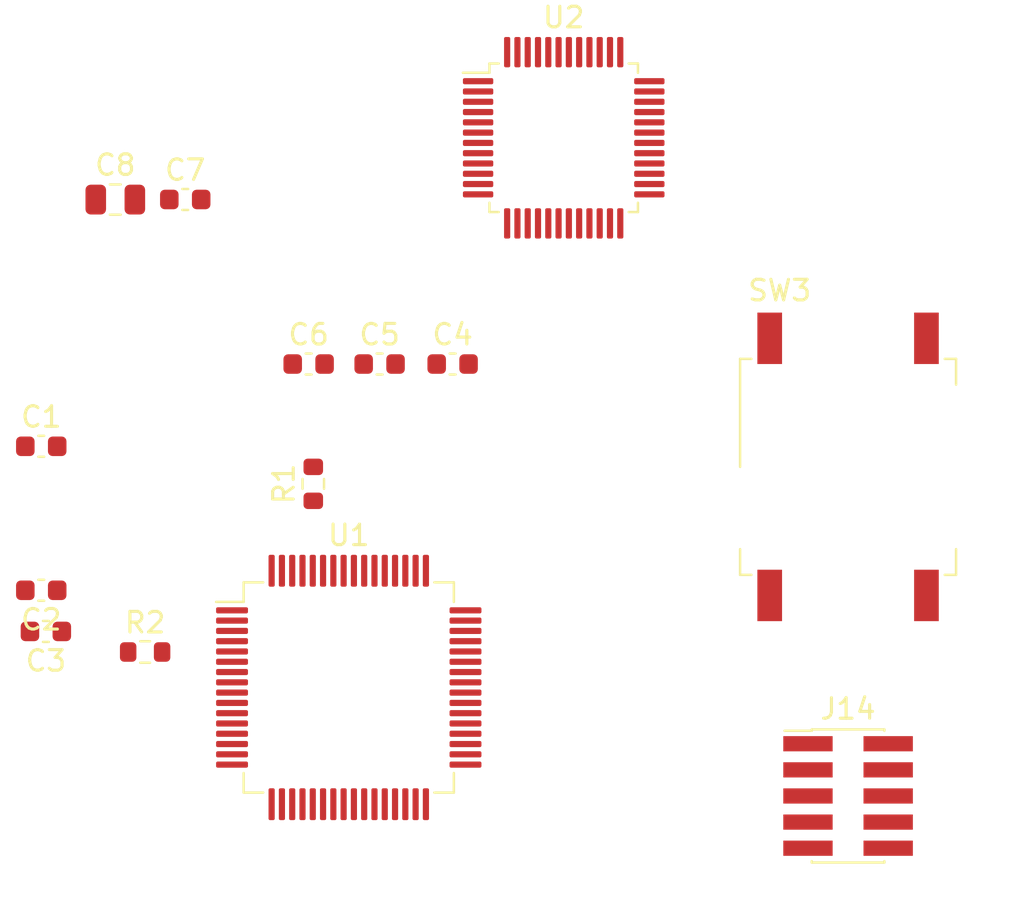
<source format=kicad_pcb>
(kicad_pcb (version 20171130) (host pcbnew 5.1.12-84ad8e8a86~92~ubuntu20.04.1)

  (general
    (thickness 1.6)
    (drawings 0)
    (tracks 0)
    (zones 0)
    (modules 14)
    (nets 12)
  )

  (page A4)
  (layers
    (0 F.Cu signal)
    (31 B.Cu signal)
    (32 B.Adhes user)
    (33 F.Adhes user)
    (34 B.Paste user)
    (35 F.Paste user)
    (36 B.SilkS user)
    (37 F.SilkS user)
    (38 B.Mask user)
    (39 F.Mask user)
    (40 Dwgs.User user)
    (41 Cmts.User user)
    (42 Eco1.User user)
    (43 Eco2.User user)
    (44 Edge.Cuts user)
    (45 Margin user)
    (46 B.CrtYd user)
    (47 F.CrtYd user)
    (48 B.Fab user)
    (49 F.Fab user)
  )

  (setup
    (last_trace_width 0.25)
    (trace_clearance 0.2)
    (zone_clearance 0.508)
    (zone_45_only no)
    (trace_min 0.2)
    (via_size 0.8)
    (via_drill 0.4)
    (via_min_size 0.4)
    (via_min_drill 0.3)
    (uvia_size 0.3)
    (uvia_drill 0.1)
    (uvias_allowed no)
    (uvia_min_size 0.2)
    (uvia_min_drill 0.1)
    (edge_width 0.05)
    (segment_width 0.2)
    (pcb_text_width 0.3)
    (pcb_text_size 1.5 1.5)
    (mod_edge_width 0.12)
    (mod_text_size 1 1)
    (mod_text_width 0.15)
    (pad_size 1.524 1.524)
    (pad_drill 0.762)
    (pad_to_mask_clearance 0)
    (aux_axis_origin 0 0)
    (visible_elements FFFFFF7F)
    (pcbplotparams
      (layerselection 0x010fc_ffffffff)
      (usegerberextensions false)
      (usegerberattributes true)
      (usegerberadvancedattributes true)
      (creategerberjobfile true)
      (excludeedgelayer true)
      (linewidth 0.100000)
      (plotframeref false)
      (viasonmask false)
      (mode 1)
      (useauxorigin false)
      (hpglpennumber 1)
      (hpglpenspeed 20)
      (hpglpendiameter 15.000000)
      (psnegative false)
      (psa4output false)
      (plotreference true)
      (plotvalue true)
      (plotinvisibletext false)
      (padsonsilk false)
      (subtractmaskfromsilk false)
      (outputformat 1)
      (mirror false)
      (drillshape 1)
      (scaleselection 1)
      (outputdirectory ""))
  )

  (net 0 "")
  (net 1 +3V3)
  (net 2 GND)
  (net 3 "Net-(R1-Pad1)")
  (net 4 VDDA)
  (net 5 GNDA)
  (net 6 /NRST)
  (net 7 "Net-(C3-Pad1)")
  (net 8 "Net-(C2-Pad1)")
  (net 9 /SWCLK)
  (net 10 /SWDIO)
  (net 11 "Net-(R2-Pad2)")

  (net_class Default "This is the default net class."
    (clearance 0.2)
    (trace_width 0.25)
    (via_dia 0.8)
    (via_drill 0.4)
    (uvia_dia 0.3)
    (uvia_drill 0.1)
    (add_net +3V3)
    (add_net /NRST)
    (add_net /SWCLK)
    (add_net /SWDIO)
    (add_net GND)
    (add_net GNDA)
    (add_net "Net-(C2-Pad1)")
    (add_net "Net-(C3-Pad1)")
    (add_net "Net-(J14-Pad6)")
    (add_net "Net-(J14-Pad7)")
    (add_net "Net-(J14-Pad8)")
    (add_net "Net-(R1-Pad1)")
    (add_net "Net-(R2-Pad2)")
    (add_net "Net-(U1-Pad10)")
    (add_net "Net-(U1-Pad11)")
    (add_net "Net-(U1-Pad14)")
    (add_net "Net-(U1-Pad15)")
    (add_net "Net-(U1-Pad16)")
    (add_net "Net-(U1-Pad17)")
    (add_net "Net-(U1-Pad18)")
    (add_net "Net-(U1-Pad19)")
    (add_net "Net-(U1-Pad2)")
    (add_net "Net-(U1-Pad20)")
    (add_net "Net-(U1-Pad21)")
    (add_net "Net-(U1-Pad22)")
    (add_net "Net-(U1-Pad23)")
    (add_net "Net-(U1-Pad24)")
    (add_net "Net-(U1-Pad25)")
    (add_net "Net-(U1-Pad26)")
    (add_net "Net-(U1-Pad27)")
    (add_net "Net-(U1-Pad28)")
    (add_net "Net-(U1-Pad29)")
    (add_net "Net-(U1-Pad3)")
    (add_net "Net-(U1-Pad30)")
    (add_net "Net-(U1-Pad33)")
    (add_net "Net-(U1-Pad34)")
    (add_net "Net-(U1-Pad35)")
    (add_net "Net-(U1-Pad36)")
    (add_net "Net-(U1-Pad37)")
    (add_net "Net-(U1-Pad38)")
    (add_net "Net-(U1-Pad39)")
    (add_net "Net-(U1-Pad4)")
    (add_net "Net-(U1-Pad40)")
    (add_net "Net-(U1-Pad41)")
    (add_net "Net-(U1-Pad42)")
    (add_net "Net-(U1-Pad43)")
    (add_net "Net-(U1-Pad44)")
    (add_net "Net-(U1-Pad45)")
    (add_net "Net-(U1-Pad47)")
    (add_net "Net-(U1-Pad48)")
    (add_net "Net-(U1-Pad50)")
    (add_net "Net-(U1-Pad51)")
    (add_net "Net-(U1-Pad52)")
    (add_net "Net-(U1-Pad53)")
    (add_net "Net-(U1-Pad54)")
    (add_net "Net-(U1-Pad55)")
    (add_net "Net-(U1-Pad56)")
    (add_net "Net-(U1-Pad57)")
    (add_net "Net-(U1-Pad58)")
    (add_net "Net-(U1-Pad59)")
    (add_net "Net-(U1-Pad61)")
    (add_net "Net-(U1-Pad62)")
    (add_net "Net-(U1-Pad8)")
    (add_net "Net-(U1-Pad9)")
    (add_net "Net-(U2-Pad1)")
    (add_net "Net-(U2-Pad10)")
    (add_net "Net-(U2-Pad11)")
    (add_net "Net-(U2-Pad12)")
    (add_net "Net-(U2-Pad13)")
    (add_net "Net-(U2-Pad14)")
    (add_net "Net-(U2-Pad15)")
    (add_net "Net-(U2-Pad16)")
    (add_net "Net-(U2-Pad17)")
    (add_net "Net-(U2-Pad18)")
    (add_net "Net-(U2-Pad19)")
    (add_net "Net-(U2-Pad2)")
    (add_net "Net-(U2-Pad20)")
    (add_net "Net-(U2-Pad21)")
    (add_net "Net-(U2-Pad22)")
    (add_net "Net-(U2-Pad23)")
    (add_net "Net-(U2-Pad24)")
    (add_net "Net-(U2-Pad25)")
    (add_net "Net-(U2-Pad26)")
    (add_net "Net-(U2-Pad27)")
    (add_net "Net-(U2-Pad28)")
    (add_net "Net-(U2-Pad29)")
    (add_net "Net-(U2-Pad3)")
    (add_net "Net-(U2-Pad30)")
    (add_net "Net-(U2-Pad31)")
    (add_net "Net-(U2-Pad32)")
    (add_net "Net-(U2-Pad33)")
    (add_net "Net-(U2-Pad34)")
    (add_net "Net-(U2-Pad35)")
    (add_net "Net-(U2-Pad36)")
    (add_net "Net-(U2-Pad37)")
    (add_net "Net-(U2-Pad38)")
    (add_net "Net-(U2-Pad39)")
    (add_net "Net-(U2-Pad4)")
    (add_net "Net-(U2-Pad40)")
    (add_net "Net-(U2-Pad41)")
    (add_net "Net-(U2-Pad42)")
    (add_net "Net-(U2-Pad43)")
    (add_net "Net-(U2-Pad44)")
    (add_net "Net-(U2-Pad45)")
    (add_net "Net-(U2-Pad46)")
    (add_net "Net-(U2-Pad47)")
    (add_net "Net-(U2-Pad48)")
    (add_net "Net-(U2-Pad5)")
    (add_net "Net-(U2-Pad6)")
    (add_net "Net-(U2-Pad7)")
    (add_net "Net-(U2-Pad8)")
    (add_net "Net-(U2-Pad9)")
    (add_net VDDA)
  )

  (module Package_QFP:LQFP-48_7x7mm_P0.5mm (layer F.Cu) (tedit 5D9F72AF) (tstamp 5F8550F6)
    (at 137.175001 67)
    (descr "LQFP, 48 Pin (https://www.analog.com/media/en/technical-documentation/data-sheets/ltc2358-16.pdf), generated with kicad-footprint-generator ipc_gullwing_generator.py")
    (tags "LQFP QFP")
    (path /5F8F17A6)
    (attr smd)
    (fp_text reference U2 (at 0 -5.85) (layer F.SilkS)
      (effects (font (size 1 1) (thickness 0.15)))
    )
    (fp_text value STM32F070CBTx (at 0 5.85) (layer F.Fab)
      (effects (font (size 1 1) (thickness 0.15)))
    )
    (fp_line (start 5.15 3.15) (end 5.15 0) (layer F.CrtYd) (width 0.05))
    (fp_line (start 3.75 3.15) (end 5.15 3.15) (layer F.CrtYd) (width 0.05))
    (fp_line (start 3.75 3.75) (end 3.75 3.15) (layer F.CrtYd) (width 0.05))
    (fp_line (start 3.15 3.75) (end 3.75 3.75) (layer F.CrtYd) (width 0.05))
    (fp_line (start 3.15 5.15) (end 3.15 3.75) (layer F.CrtYd) (width 0.05))
    (fp_line (start 0 5.15) (end 3.15 5.15) (layer F.CrtYd) (width 0.05))
    (fp_line (start -5.15 3.15) (end -5.15 0) (layer F.CrtYd) (width 0.05))
    (fp_line (start -3.75 3.15) (end -5.15 3.15) (layer F.CrtYd) (width 0.05))
    (fp_line (start -3.75 3.75) (end -3.75 3.15) (layer F.CrtYd) (width 0.05))
    (fp_line (start -3.15 3.75) (end -3.75 3.75) (layer F.CrtYd) (width 0.05))
    (fp_line (start -3.15 5.15) (end -3.15 3.75) (layer F.CrtYd) (width 0.05))
    (fp_line (start 0 5.15) (end -3.15 5.15) (layer F.CrtYd) (width 0.05))
    (fp_line (start 5.15 -3.15) (end 5.15 0) (layer F.CrtYd) (width 0.05))
    (fp_line (start 3.75 -3.15) (end 5.15 -3.15) (layer F.CrtYd) (width 0.05))
    (fp_line (start 3.75 -3.75) (end 3.75 -3.15) (layer F.CrtYd) (width 0.05))
    (fp_line (start 3.15 -3.75) (end 3.75 -3.75) (layer F.CrtYd) (width 0.05))
    (fp_line (start 3.15 -5.15) (end 3.15 -3.75) (layer F.CrtYd) (width 0.05))
    (fp_line (start 0 -5.15) (end 3.15 -5.15) (layer F.CrtYd) (width 0.05))
    (fp_line (start -5.15 -3.15) (end -5.15 0) (layer F.CrtYd) (width 0.05))
    (fp_line (start -3.75 -3.15) (end -5.15 -3.15) (layer F.CrtYd) (width 0.05))
    (fp_line (start -3.75 -3.75) (end -3.75 -3.15) (layer F.CrtYd) (width 0.05))
    (fp_line (start -3.15 -3.75) (end -3.75 -3.75) (layer F.CrtYd) (width 0.05))
    (fp_line (start -3.15 -5.15) (end -3.15 -3.75) (layer F.CrtYd) (width 0.05))
    (fp_line (start 0 -5.15) (end -3.15 -5.15) (layer F.CrtYd) (width 0.05))
    (fp_line (start -3.5 -2.5) (end -2.5 -3.5) (layer F.Fab) (width 0.1))
    (fp_line (start -3.5 3.5) (end -3.5 -2.5) (layer F.Fab) (width 0.1))
    (fp_line (start 3.5 3.5) (end -3.5 3.5) (layer F.Fab) (width 0.1))
    (fp_line (start 3.5 -3.5) (end 3.5 3.5) (layer F.Fab) (width 0.1))
    (fp_line (start -2.5 -3.5) (end 3.5 -3.5) (layer F.Fab) (width 0.1))
    (fp_line (start -3.61 -3.16) (end -4.9 -3.16) (layer F.SilkS) (width 0.12))
    (fp_line (start -3.61 -3.61) (end -3.61 -3.16) (layer F.SilkS) (width 0.12))
    (fp_line (start -3.16 -3.61) (end -3.61 -3.61) (layer F.SilkS) (width 0.12))
    (fp_line (start 3.61 -3.61) (end 3.61 -3.16) (layer F.SilkS) (width 0.12))
    (fp_line (start 3.16 -3.61) (end 3.61 -3.61) (layer F.SilkS) (width 0.12))
    (fp_line (start -3.61 3.61) (end -3.61 3.16) (layer F.SilkS) (width 0.12))
    (fp_line (start -3.16 3.61) (end -3.61 3.61) (layer F.SilkS) (width 0.12))
    (fp_line (start 3.61 3.61) (end 3.61 3.16) (layer F.SilkS) (width 0.12))
    (fp_line (start 3.16 3.61) (end 3.61 3.61) (layer F.SilkS) (width 0.12))
    (fp_text user %R (at 0 0) (layer F.Fab)
      (effects (font (size 1 1) (thickness 0.15)))
    )
    (pad 48 smd roundrect (at -2.75 -4.1625) (size 0.3 1.475) (layers F.Cu F.Paste F.Mask) (roundrect_rratio 0.25))
    (pad 47 smd roundrect (at -2.25 -4.1625) (size 0.3 1.475) (layers F.Cu F.Paste F.Mask) (roundrect_rratio 0.25))
    (pad 46 smd roundrect (at -1.75 -4.1625) (size 0.3 1.475) (layers F.Cu F.Paste F.Mask) (roundrect_rratio 0.25))
    (pad 45 smd roundrect (at -1.25 -4.1625) (size 0.3 1.475) (layers F.Cu F.Paste F.Mask) (roundrect_rratio 0.25))
    (pad 44 smd roundrect (at -0.75 -4.1625) (size 0.3 1.475) (layers F.Cu F.Paste F.Mask) (roundrect_rratio 0.25))
    (pad 43 smd roundrect (at -0.25 -4.1625) (size 0.3 1.475) (layers F.Cu F.Paste F.Mask) (roundrect_rratio 0.25))
    (pad 42 smd roundrect (at 0.25 -4.1625) (size 0.3 1.475) (layers F.Cu F.Paste F.Mask) (roundrect_rratio 0.25))
    (pad 41 smd roundrect (at 0.75 -4.1625) (size 0.3 1.475) (layers F.Cu F.Paste F.Mask) (roundrect_rratio 0.25))
    (pad 40 smd roundrect (at 1.25 -4.1625) (size 0.3 1.475) (layers F.Cu F.Paste F.Mask) (roundrect_rratio 0.25))
    (pad 39 smd roundrect (at 1.75 -4.1625) (size 0.3 1.475) (layers F.Cu F.Paste F.Mask) (roundrect_rratio 0.25))
    (pad 38 smd roundrect (at 2.25 -4.1625) (size 0.3 1.475) (layers F.Cu F.Paste F.Mask) (roundrect_rratio 0.25))
    (pad 37 smd roundrect (at 2.75 -4.1625) (size 0.3 1.475) (layers F.Cu F.Paste F.Mask) (roundrect_rratio 0.25))
    (pad 36 smd roundrect (at 4.1625 -2.75) (size 1.475 0.3) (layers F.Cu F.Paste F.Mask) (roundrect_rratio 0.25))
    (pad 35 smd roundrect (at 4.1625 -2.25) (size 1.475 0.3) (layers F.Cu F.Paste F.Mask) (roundrect_rratio 0.25))
    (pad 34 smd roundrect (at 4.1625 -1.75) (size 1.475 0.3) (layers F.Cu F.Paste F.Mask) (roundrect_rratio 0.25))
    (pad 33 smd roundrect (at 4.1625 -1.25) (size 1.475 0.3) (layers F.Cu F.Paste F.Mask) (roundrect_rratio 0.25))
    (pad 32 smd roundrect (at 4.1625 -0.75) (size 1.475 0.3) (layers F.Cu F.Paste F.Mask) (roundrect_rratio 0.25))
    (pad 31 smd roundrect (at 4.1625 -0.25) (size 1.475 0.3) (layers F.Cu F.Paste F.Mask) (roundrect_rratio 0.25))
    (pad 30 smd roundrect (at 4.1625 0.25) (size 1.475 0.3) (layers F.Cu F.Paste F.Mask) (roundrect_rratio 0.25))
    (pad 29 smd roundrect (at 4.1625 0.75) (size 1.475 0.3) (layers F.Cu F.Paste F.Mask) (roundrect_rratio 0.25))
    (pad 28 smd roundrect (at 4.1625 1.25) (size 1.475 0.3) (layers F.Cu F.Paste F.Mask) (roundrect_rratio 0.25))
    (pad 27 smd roundrect (at 4.1625 1.75) (size 1.475 0.3) (layers F.Cu F.Paste F.Mask) (roundrect_rratio 0.25))
    (pad 26 smd roundrect (at 4.1625 2.25) (size 1.475 0.3) (layers F.Cu F.Paste F.Mask) (roundrect_rratio 0.25))
    (pad 25 smd roundrect (at 4.1625 2.75) (size 1.475 0.3) (layers F.Cu F.Paste F.Mask) (roundrect_rratio 0.25))
    (pad 24 smd roundrect (at 2.75 4.1625) (size 0.3 1.475) (layers F.Cu F.Paste F.Mask) (roundrect_rratio 0.25))
    (pad 23 smd roundrect (at 2.25 4.1625) (size 0.3 1.475) (layers F.Cu F.Paste F.Mask) (roundrect_rratio 0.25))
    (pad 22 smd roundrect (at 1.75 4.1625) (size 0.3 1.475) (layers F.Cu F.Paste F.Mask) (roundrect_rratio 0.25))
    (pad 21 smd roundrect (at 1.25 4.1625) (size 0.3 1.475) (layers F.Cu F.Paste F.Mask) (roundrect_rratio 0.25))
    (pad 20 smd roundrect (at 0.75 4.1625) (size 0.3 1.475) (layers F.Cu F.Paste F.Mask) (roundrect_rratio 0.25))
    (pad 19 smd roundrect (at 0.25 4.1625) (size 0.3 1.475) (layers F.Cu F.Paste F.Mask) (roundrect_rratio 0.25))
    (pad 18 smd roundrect (at -0.25 4.1625) (size 0.3 1.475) (layers F.Cu F.Paste F.Mask) (roundrect_rratio 0.25))
    (pad 17 smd roundrect (at -0.75 4.1625) (size 0.3 1.475) (layers F.Cu F.Paste F.Mask) (roundrect_rratio 0.25))
    (pad 16 smd roundrect (at -1.25 4.1625) (size 0.3 1.475) (layers F.Cu F.Paste F.Mask) (roundrect_rratio 0.25))
    (pad 15 smd roundrect (at -1.75 4.1625) (size 0.3 1.475) (layers F.Cu F.Paste F.Mask) (roundrect_rratio 0.25))
    (pad 14 smd roundrect (at -2.25 4.1625) (size 0.3 1.475) (layers F.Cu F.Paste F.Mask) (roundrect_rratio 0.25))
    (pad 13 smd roundrect (at -2.75 4.1625) (size 0.3 1.475) (layers F.Cu F.Paste F.Mask) (roundrect_rratio 0.25))
    (pad 12 smd roundrect (at -4.1625 2.75) (size 1.475 0.3) (layers F.Cu F.Paste F.Mask) (roundrect_rratio 0.25))
    (pad 11 smd roundrect (at -4.1625 2.25) (size 1.475 0.3) (layers F.Cu F.Paste F.Mask) (roundrect_rratio 0.25))
    (pad 10 smd roundrect (at -4.1625 1.75) (size 1.475 0.3) (layers F.Cu F.Paste F.Mask) (roundrect_rratio 0.25))
    (pad 9 smd roundrect (at -4.1625 1.25) (size 1.475 0.3) (layers F.Cu F.Paste F.Mask) (roundrect_rratio 0.25))
    (pad 8 smd roundrect (at -4.1625 0.75) (size 1.475 0.3) (layers F.Cu F.Paste F.Mask) (roundrect_rratio 0.25))
    (pad 7 smd roundrect (at -4.1625 0.25) (size 1.475 0.3) (layers F.Cu F.Paste F.Mask) (roundrect_rratio 0.25))
    (pad 6 smd roundrect (at -4.1625 -0.25) (size 1.475 0.3) (layers F.Cu F.Paste F.Mask) (roundrect_rratio 0.25))
    (pad 5 smd roundrect (at -4.1625 -0.75) (size 1.475 0.3) (layers F.Cu F.Paste F.Mask) (roundrect_rratio 0.25))
    (pad 4 smd roundrect (at -4.1625 -1.25) (size 1.475 0.3) (layers F.Cu F.Paste F.Mask) (roundrect_rratio 0.25))
    (pad 3 smd roundrect (at -4.1625 -1.75) (size 1.475 0.3) (layers F.Cu F.Paste F.Mask) (roundrect_rratio 0.25))
    (pad 2 smd roundrect (at -4.1625 -2.25) (size 1.475 0.3) (layers F.Cu F.Paste F.Mask) (roundrect_rratio 0.25))
    (pad 1 smd roundrect (at -4.1625 -2.75) (size 1.475 0.3) (layers F.Cu F.Paste F.Mask) (roundrect_rratio 0.25))
    (model ${KISYS3DMOD}/Package_QFP.3dshapes/LQFP-48_7x7mm_P0.5mm.wrl
      (at (xyz 0 0 0))
      (scale (xyz 1 1 1))
      (rotate (xyz 0 0 0))
    )
  )

  (module Button_Switch_SMD:SW_MEC_5GSH9 (layer F.Cu) (tedit 5A02FC95) (tstamp 5F854400)
    (at 151 83)
    (descr "MEC 5G single pole normally-open tactile switch")
    (tags "switch normally-open pushbutton push-button")
    (path /5F857609)
    (attr smd)
    (fp_text reference SW3 (at -3.325 -8.575 180) (layer F.SilkS)
      (effects (font (size 1 1) (thickness 0.15)))
    )
    (fp_text value SW_MEC_5E (at 0.475 8.825 180) (layer F.Fab)
      (effects (font (size 1 1) (thickness 0.15)))
    )
    (fp_line (start 5 5) (end -5 5) (layer F.Fab) (width 0.1))
    (fp_line (start 5 -5) (end 5 5) (layer F.Fab) (width 0.1))
    (fp_line (start -5 -5) (end 5 -5) (layer F.Fab) (width 0.1))
    (fp_line (start -5 5) (end -5 -5) (layer F.Fab) (width 0.1))
    (fp_circle (center -3.85 -4.3) (end -3.85 -4.7) (layer F.Fab) (width 0.1))
    (fp_line (start -5.25 5.25) (end -5.25 4) (layer F.SilkS) (width 0.12))
    (fp_line (start -4.7 5.25) (end -5.25 5.25) (layer F.SilkS) (width 0.12))
    (fp_line (start -5.25 -5.25) (end -5.25 0) (layer F.SilkS) (width 0.12))
    (fp_line (start -4.7 -5.25) (end -5.25 -5.25) (layer F.SilkS) (width 0.12))
    (fp_line (start 5.25 5.25) (end 5.25 4) (layer F.SilkS) (width 0.12))
    (fp_line (start 4.7 5.25) (end 5.25 5.25) (layer F.SilkS) (width 0.12))
    (fp_line (start 5.25 -5.25) (end 5.25 -4) (layer F.SilkS) (width 0.12))
    (fp_line (start 4.7 -5.25) (end 5.25 -5.25) (layer F.SilkS) (width 0.12))
    (fp_line (start -5.3 7.8) (end -5.3 -7.8) (layer F.CrtYd) (width 0.05))
    (fp_line (start 5.3 7.8) (end -5.3 7.8) (layer F.CrtYd) (width 0.05))
    (fp_line (start 5.3 -7.8) (end 5.3 7.8) (layer F.CrtYd) (width 0.05))
    (fp_line (start -5.3 -7.8) (end 5.3 -7.8) (layer F.CrtYd) (width 0.05))
    (fp_text user %R (at 0 0) (layer F.Fab)
      (effects (font (size 1 1) (thickness 0.15)))
    )
    (pad 2 smd rect (at -3.81 6.25 90) (size 2.5 1.2) (layers F.Cu F.Paste F.Mask)
      (net 2 GND))
    (pad 1 smd rect (at -3.81 -6.25 90) (size 2.5 1.2) (layers F.Cu F.Paste F.Mask)
      (net 2 GND))
    (pad 4 smd rect (at 3.81 6.25 90) (size 2.5 1.2) (layers F.Cu F.Paste F.Mask)
      (net 6 /NRST))
    (pad 3 smd rect (at 3.81 -6.25 90) (size 2.5 1.2) (layers F.Cu F.Paste F.Mask)
      (net 6 /NRST))
    (model ${KISYS3DMOD}/Button_Switch_SMD.3dshapes/SW_MEC_5GSH9.wrl
      (at (xyz 0 0 0))
      (scale (xyz 1 1 1))
      (rotate (xyz 0 0 0))
    )
  )

  (module Resistor_SMD:R_0603_1608Metric (layer F.Cu) (tedit 5F68FEEE) (tstamp 5F852E2A)
    (at 116.825 92)
    (descr "Resistor SMD 0603 (1608 Metric), square (rectangular) end terminal, IPC_7351 nominal, (Body size source: IPC-SM-782 page 72, https://www.pcb-3d.com/wordpress/wp-content/uploads/ipc-sm-782a_amendment_1_and_2.pdf), generated with kicad-footprint-generator")
    (tags resistor)
    (path /5F8B02D5)
    (attr smd)
    (fp_text reference R2 (at 0 -1.43) (layer F.SilkS)
      (effects (font (size 1 1) (thickness 0.15)))
    )
    (fp_text value 390? (at 0 1.43) (layer F.Fab)
      (effects (font (size 1 1) (thickness 0.15)))
    )
    (fp_line (start 1.48 0.73) (end -1.48 0.73) (layer F.CrtYd) (width 0.05))
    (fp_line (start 1.48 -0.73) (end 1.48 0.73) (layer F.CrtYd) (width 0.05))
    (fp_line (start -1.48 -0.73) (end 1.48 -0.73) (layer F.CrtYd) (width 0.05))
    (fp_line (start -1.48 0.73) (end -1.48 -0.73) (layer F.CrtYd) (width 0.05))
    (fp_line (start -0.237258 0.5225) (end 0.237258 0.5225) (layer F.SilkS) (width 0.12))
    (fp_line (start -0.237258 -0.5225) (end 0.237258 -0.5225) (layer F.SilkS) (width 0.12))
    (fp_line (start 0.8 0.4125) (end -0.8 0.4125) (layer F.Fab) (width 0.1))
    (fp_line (start 0.8 -0.4125) (end 0.8 0.4125) (layer F.Fab) (width 0.1))
    (fp_line (start -0.8 -0.4125) (end 0.8 -0.4125) (layer F.Fab) (width 0.1))
    (fp_line (start -0.8 0.4125) (end -0.8 -0.4125) (layer F.Fab) (width 0.1))
    (fp_text user %R (at 0 0) (layer F.Fab)
      (effects (font (size 0.4 0.4) (thickness 0.06)))
    )
    (pad 2 smd roundrect (at 0.825 0) (size 0.8 0.95) (layers F.Cu F.Paste F.Mask) (roundrect_rratio 0.25)
      (net 11 "Net-(R2-Pad2)"))
    (pad 1 smd roundrect (at -0.825 0) (size 0.8 0.95) (layers F.Cu F.Paste F.Mask) (roundrect_rratio 0.25)
      (net 7 "Net-(C3-Pad1)"))
    (model ${KISYS3DMOD}/Resistor_SMD.3dshapes/R_0603_1608Metric.wrl
      (at (xyz 0 0 0))
      (scale (xyz 1 1 1))
      (rotate (xyz 0 0 0))
    )
  )

  (module Resistor_SMD:R_0603_1608Metric (layer F.Cu) (tedit 5F68FEEE) (tstamp 5F852E19)
    (at 125 83.825 90)
    (descr "Resistor SMD 0603 (1608 Metric), square (rectangular) end terminal, IPC_7351 nominal, (Body size source: IPC-SM-782 page 72, https://www.pcb-3d.com/wordpress/wp-content/uploads/ipc-sm-782a_amendment_1_and_2.pdf), generated with kicad-footprint-generator")
    (tags resistor)
    (path /5F85EC8C)
    (attr smd)
    (fp_text reference R1 (at 0 -1.43 90) (layer F.SilkS)
      (effects (font (size 1 1) (thickness 0.15)))
    )
    (fp_text value R_Small (at 0 1.43 90) (layer F.Fab)
      (effects (font (size 1 1) (thickness 0.15)))
    )
    (fp_line (start 1.48 0.73) (end -1.48 0.73) (layer F.CrtYd) (width 0.05))
    (fp_line (start 1.48 -0.73) (end 1.48 0.73) (layer F.CrtYd) (width 0.05))
    (fp_line (start -1.48 -0.73) (end 1.48 -0.73) (layer F.CrtYd) (width 0.05))
    (fp_line (start -1.48 0.73) (end -1.48 -0.73) (layer F.CrtYd) (width 0.05))
    (fp_line (start -0.237258 0.5225) (end 0.237258 0.5225) (layer F.SilkS) (width 0.12))
    (fp_line (start -0.237258 -0.5225) (end 0.237258 -0.5225) (layer F.SilkS) (width 0.12))
    (fp_line (start 0.8 0.4125) (end -0.8 0.4125) (layer F.Fab) (width 0.1))
    (fp_line (start 0.8 -0.4125) (end 0.8 0.4125) (layer F.Fab) (width 0.1))
    (fp_line (start -0.8 -0.4125) (end 0.8 -0.4125) (layer F.Fab) (width 0.1))
    (fp_line (start -0.8 0.4125) (end -0.8 -0.4125) (layer F.Fab) (width 0.1))
    (fp_text user %R (at 0 0 90) (layer F.Fab)
      (effects (font (size 0.4 0.4) (thickness 0.06)))
    )
    (pad 2 smd roundrect (at 0.825 0 90) (size 0.8 0.95) (layers F.Cu F.Paste F.Mask) (roundrect_rratio 0.25)
      (net 2 GND))
    (pad 1 smd roundrect (at -0.825 0 90) (size 0.8 0.95) (layers F.Cu F.Paste F.Mask) (roundrect_rratio 0.25)
      (net 3 "Net-(R1-Pad1)"))
    (model ${KISYS3DMOD}/Resistor_SMD.3dshapes/R_0603_1608Metric.wrl
      (at (xyz 0 0 0))
      (scale (xyz 1 1 1))
      (rotate (xyz 0 0 0))
    )
  )

  (module Capacitor_SMD:C_0805_2012Metric (layer F.Cu) (tedit 5F68FEEE) (tstamp 5F852D90)
    (at 115.375001 70.005001)
    (descr "Capacitor SMD 0805 (2012 Metric), square (rectangular) end terminal, IPC_7351 nominal, (Body size source: IPC-SM-782 page 76, https://www.pcb-3d.com/wordpress/wp-content/uploads/ipc-sm-782a_amendment_1_and_2.pdf, https://docs.google.com/spreadsheets/d/1BsfQQcO9C6DZCsRaXUlFlo91Tg2WpOkGARC1WS5S8t0/edit?usp=sharing), generated with kicad-footprint-generator")
    (tags capacitor)
    (path /5F8C2A9A)
    (attr smd)
    (fp_text reference C8 (at 0 -1.68) (layer F.SilkS)
      (effects (font (size 1 1) (thickness 0.15)))
    )
    (fp_text value 4.7u (at 0 1.68) (layer F.Fab)
      (effects (font (size 1 1) (thickness 0.15)))
    )
    (fp_line (start 1.7 0.98) (end -1.7 0.98) (layer F.CrtYd) (width 0.05))
    (fp_line (start 1.7 -0.98) (end 1.7 0.98) (layer F.CrtYd) (width 0.05))
    (fp_line (start -1.7 -0.98) (end 1.7 -0.98) (layer F.CrtYd) (width 0.05))
    (fp_line (start -1.7 0.98) (end -1.7 -0.98) (layer F.CrtYd) (width 0.05))
    (fp_line (start -0.261252 0.735) (end 0.261252 0.735) (layer F.SilkS) (width 0.12))
    (fp_line (start -0.261252 -0.735) (end 0.261252 -0.735) (layer F.SilkS) (width 0.12))
    (fp_line (start 1 0.625) (end -1 0.625) (layer F.Fab) (width 0.1))
    (fp_line (start 1 -0.625) (end 1 0.625) (layer F.Fab) (width 0.1))
    (fp_line (start -1 -0.625) (end 1 -0.625) (layer F.Fab) (width 0.1))
    (fp_line (start -1 0.625) (end -1 -0.625) (layer F.Fab) (width 0.1))
    (fp_text user %R (at 0 0) (layer F.Fab)
      (effects (font (size 0.5 0.5) (thickness 0.08)))
    )
    (pad 2 smd roundrect (at 0.95 0) (size 1 1.45) (layers F.Cu F.Paste F.Mask) (roundrect_rratio 0.25)
      (net 1 +3V3))
    (pad 1 smd roundrect (at -0.95 0) (size 1 1.45) (layers F.Cu F.Paste F.Mask) (roundrect_rratio 0.25)
      (net 2 GND))
    (model ${KISYS3DMOD}/Capacitor_SMD.3dshapes/C_0805_2012Metric.wrl
      (at (xyz 0 0 0))
      (scale (xyz 1 1 1))
      (rotate (xyz 0 0 0))
    )
  )

  (module Capacitor_SMD:C_0603_1608Metric (layer F.Cu) (tedit 5F68FEEE) (tstamp 5F852D7F)
    (at 118.775 70)
    (descr "Capacitor SMD 0603 (1608 Metric), square (rectangular) end terminal, IPC_7351 nominal, (Body size source: IPC-SM-782 page 76, https://www.pcb-3d.com/wordpress/wp-content/uploads/ipc-sm-782a_amendment_1_and_2.pdf), generated with kicad-footprint-generator")
    (tags capacitor)
    (path /5F8C2336)
    (attr smd)
    (fp_text reference C7 (at 0 -1.43) (layer F.SilkS)
      (effects (font (size 1 1) (thickness 0.15)))
    )
    (fp_text value 100n (at 0 1.43) (layer F.Fab)
      (effects (font (size 1 1) (thickness 0.15)))
    )
    (fp_line (start 1.48 0.73) (end -1.48 0.73) (layer F.CrtYd) (width 0.05))
    (fp_line (start 1.48 -0.73) (end 1.48 0.73) (layer F.CrtYd) (width 0.05))
    (fp_line (start -1.48 -0.73) (end 1.48 -0.73) (layer F.CrtYd) (width 0.05))
    (fp_line (start -1.48 0.73) (end -1.48 -0.73) (layer F.CrtYd) (width 0.05))
    (fp_line (start -0.14058 0.51) (end 0.14058 0.51) (layer F.SilkS) (width 0.12))
    (fp_line (start -0.14058 -0.51) (end 0.14058 -0.51) (layer F.SilkS) (width 0.12))
    (fp_line (start 0.8 0.4) (end -0.8 0.4) (layer F.Fab) (width 0.1))
    (fp_line (start 0.8 -0.4) (end 0.8 0.4) (layer F.Fab) (width 0.1))
    (fp_line (start -0.8 -0.4) (end 0.8 -0.4) (layer F.Fab) (width 0.1))
    (fp_line (start -0.8 0.4) (end -0.8 -0.4) (layer F.Fab) (width 0.1))
    (fp_text user %R (at 0 0) (layer F.Fab)
      (effects (font (size 0.4 0.4) (thickness 0.06)))
    )
    (pad 2 smd roundrect (at 0.775 0) (size 0.9 0.95) (layers F.Cu F.Paste F.Mask) (roundrect_rratio 0.25)
      (net 1 +3V3))
    (pad 1 smd roundrect (at -0.775 0) (size 0.9 0.95) (layers F.Cu F.Paste F.Mask) (roundrect_rratio 0.25)
      (net 2 GND))
    (model ${KISYS3DMOD}/Capacitor_SMD.3dshapes/C_0603_1608Metric.wrl
      (at (xyz 0 0 0))
      (scale (xyz 1 1 1))
      (rotate (xyz 0 0 0))
    )
  )

  (module Capacitor_SMD:C_0603_1608Metric (layer F.Cu) (tedit 5F68FEEE) (tstamp 5F852D6E)
    (at 124.775 78)
    (descr "Capacitor SMD 0603 (1608 Metric), square (rectangular) end terminal, IPC_7351 nominal, (Body size source: IPC-SM-782 page 76, https://www.pcb-3d.com/wordpress/wp-content/uploads/ipc-sm-782a_amendment_1_and_2.pdf), generated with kicad-footprint-generator")
    (tags capacitor)
    (path /5F8C1CFD)
    (attr smd)
    (fp_text reference C6 (at 0 -1.43) (layer F.SilkS)
      (effects (font (size 1 1) (thickness 0.15)))
    )
    (fp_text value 100n (at 0 1.43) (layer F.Fab)
      (effects (font (size 1 1) (thickness 0.15)))
    )
    (fp_line (start 1.48 0.73) (end -1.48 0.73) (layer F.CrtYd) (width 0.05))
    (fp_line (start 1.48 -0.73) (end 1.48 0.73) (layer F.CrtYd) (width 0.05))
    (fp_line (start -1.48 -0.73) (end 1.48 -0.73) (layer F.CrtYd) (width 0.05))
    (fp_line (start -1.48 0.73) (end -1.48 -0.73) (layer F.CrtYd) (width 0.05))
    (fp_line (start -0.14058 0.51) (end 0.14058 0.51) (layer F.SilkS) (width 0.12))
    (fp_line (start -0.14058 -0.51) (end 0.14058 -0.51) (layer F.SilkS) (width 0.12))
    (fp_line (start 0.8 0.4) (end -0.8 0.4) (layer F.Fab) (width 0.1))
    (fp_line (start 0.8 -0.4) (end 0.8 0.4) (layer F.Fab) (width 0.1))
    (fp_line (start -0.8 -0.4) (end 0.8 -0.4) (layer F.Fab) (width 0.1))
    (fp_line (start -0.8 0.4) (end -0.8 -0.4) (layer F.Fab) (width 0.1))
    (fp_text user %R (at 0 0) (layer F.Fab)
      (effects (font (size 0.4 0.4) (thickness 0.06)))
    )
    (pad 2 smd roundrect (at 0.775 0) (size 0.9 0.95) (layers F.Cu F.Paste F.Mask) (roundrect_rratio 0.25)
      (net 1 +3V3))
    (pad 1 smd roundrect (at -0.775 0) (size 0.9 0.95) (layers F.Cu F.Paste F.Mask) (roundrect_rratio 0.25)
      (net 2 GND))
    (model ${KISYS3DMOD}/Capacitor_SMD.3dshapes/C_0603_1608Metric.wrl
      (at (xyz 0 0 0))
      (scale (xyz 1 1 1))
      (rotate (xyz 0 0 0))
    )
  )

  (module Capacitor_SMD:C_0603_1608Metric (layer F.Cu) (tedit 5F68FEEE) (tstamp 5F85479A)
    (at 128.225 78)
    (descr "Capacitor SMD 0603 (1608 Metric), square (rectangular) end terminal, IPC_7351 nominal, (Body size source: IPC-SM-782 page 76, https://www.pcb-3d.com/wordpress/wp-content/uploads/ipc-sm-782a_amendment_1_and_2.pdf), generated with kicad-footprint-generator")
    (tags capacitor)
    (path /5F8BAF13)
    (attr smd)
    (fp_text reference C5 (at 0 -1.43) (layer F.SilkS)
      (effects (font (size 1 1) (thickness 0.15)))
    )
    (fp_text value 10n (at 0 1.43) (layer F.Fab)
      (effects (font (size 1 1) (thickness 0.15)))
    )
    (fp_line (start 1.48 0.73) (end -1.48 0.73) (layer F.CrtYd) (width 0.05))
    (fp_line (start 1.48 -0.73) (end 1.48 0.73) (layer F.CrtYd) (width 0.05))
    (fp_line (start -1.48 -0.73) (end 1.48 -0.73) (layer F.CrtYd) (width 0.05))
    (fp_line (start -1.48 0.73) (end -1.48 -0.73) (layer F.CrtYd) (width 0.05))
    (fp_line (start -0.14058 0.51) (end 0.14058 0.51) (layer F.SilkS) (width 0.12))
    (fp_line (start -0.14058 -0.51) (end 0.14058 -0.51) (layer F.SilkS) (width 0.12))
    (fp_line (start 0.8 0.4) (end -0.8 0.4) (layer F.Fab) (width 0.1))
    (fp_line (start 0.8 -0.4) (end 0.8 0.4) (layer F.Fab) (width 0.1))
    (fp_line (start -0.8 -0.4) (end 0.8 -0.4) (layer F.Fab) (width 0.1))
    (fp_line (start -0.8 0.4) (end -0.8 -0.4) (layer F.Fab) (width 0.1))
    (fp_text user %R (at 0 0) (layer F.Fab)
      (effects (font (size 0.4 0.4) (thickness 0.06)))
    )
    (pad 2 smd roundrect (at 0.775 0) (size 0.9 0.95) (layers F.Cu F.Paste F.Mask) (roundrect_rratio 0.25)
      (net 4 VDDA))
    (pad 1 smd roundrect (at -0.775 0) (size 0.9 0.95) (layers F.Cu F.Paste F.Mask) (roundrect_rratio 0.25)
      (net 5 GNDA))
    (model ${KISYS3DMOD}/Capacitor_SMD.3dshapes/C_0603_1608Metric.wrl
      (at (xyz 0 0 0))
      (scale (xyz 1 1 1))
      (rotate (xyz 0 0 0))
    )
  )

  (module Capacitor_SMD:C_0603_1608Metric (layer F.Cu) (tedit 5F68FEEE) (tstamp 5F852D4C)
    (at 131.775 78)
    (descr "Capacitor SMD 0603 (1608 Metric), square (rectangular) end terminal, IPC_7351 nominal, (Body size source: IPC-SM-782 page 76, https://www.pcb-3d.com/wordpress/wp-content/uploads/ipc-sm-782a_amendment_1_and_2.pdf), generated with kicad-footprint-generator")
    (tags capacitor)
    (path /5F8B6D3F)
    (attr smd)
    (fp_text reference C4 (at 0 -1.43) (layer F.SilkS)
      (effects (font (size 1 1) (thickness 0.15)))
    )
    (fp_text value 1u (at 0 1.43) (layer F.Fab)
      (effects (font (size 1 1) (thickness 0.15)))
    )
    (fp_line (start 1.48 0.73) (end -1.48 0.73) (layer F.CrtYd) (width 0.05))
    (fp_line (start 1.48 -0.73) (end 1.48 0.73) (layer F.CrtYd) (width 0.05))
    (fp_line (start -1.48 -0.73) (end 1.48 -0.73) (layer F.CrtYd) (width 0.05))
    (fp_line (start -1.48 0.73) (end -1.48 -0.73) (layer F.CrtYd) (width 0.05))
    (fp_line (start -0.14058 0.51) (end 0.14058 0.51) (layer F.SilkS) (width 0.12))
    (fp_line (start -0.14058 -0.51) (end 0.14058 -0.51) (layer F.SilkS) (width 0.12))
    (fp_line (start 0.8 0.4) (end -0.8 0.4) (layer F.Fab) (width 0.1))
    (fp_line (start 0.8 -0.4) (end 0.8 0.4) (layer F.Fab) (width 0.1))
    (fp_line (start -0.8 -0.4) (end 0.8 -0.4) (layer F.Fab) (width 0.1))
    (fp_line (start -0.8 0.4) (end -0.8 -0.4) (layer F.Fab) (width 0.1))
    (fp_text user %R (at 0 0) (layer F.Fab)
      (effects (font (size 0.4 0.4) (thickness 0.06)))
    )
    (pad 2 smd roundrect (at 0.775 0) (size 0.9 0.95) (layers F.Cu F.Paste F.Mask) (roundrect_rratio 0.25)
      (net 4 VDDA))
    (pad 1 smd roundrect (at -0.775 0) (size 0.9 0.95) (layers F.Cu F.Paste F.Mask) (roundrect_rratio 0.25)
      (net 5 GNDA))
    (model ${KISYS3DMOD}/Capacitor_SMD.3dshapes/C_0603_1608Metric.wrl
      (at (xyz 0 0 0))
      (scale (xyz 1 1 1))
      (rotate (xyz 0 0 0))
    )
  )

  (module Capacitor_SMD:C_0603_1608Metric (layer F.Cu) (tedit 5F68FEEE) (tstamp 5F8549F2)
    (at 112 91 180)
    (descr "Capacitor SMD 0603 (1608 Metric), square (rectangular) end terminal, IPC_7351 nominal, (Body size source: IPC-SM-782 page 76, https://www.pcb-3d.com/wordpress/wp-content/uploads/ipc-sm-782a_amendment_1_and_2.pdf), generated with kicad-footprint-generator")
    (tags capacitor)
    (path /5F854CCF)
    (attr smd)
    (fp_text reference C3 (at 0 -1.43) (layer F.SilkS)
      (effects (font (size 1 1) (thickness 0.15)))
    )
    (fp_text value 20p? (at 0 1.43) (layer F.Fab)
      (effects (font (size 1 1) (thickness 0.15)))
    )
    (fp_line (start 1.48 0.73) (end -1.48 0.73) (layer F.CrtYd) (width 0.05))
    (fp_line (start 1.48 -0.73) (end 1.48 0.73) (layer F.CrtYd) (width 0.05))
    (fp_line (start -1.48 -0.73) (end 1.48 -0.73) (layer F.CrtYd) (width 0.05))
    (fp_line (start -1.48 0.73) (end -1.48 -0.73) (layer F.CrtYd) (width 0.05))
    (fp_line (start -0.14058 0.51) (end 0.14058 0.51) (layer F.SilkS) (width 0.12))
    (fp_line (start -0.14058 -0.51) (end 0.14058 -0.51) (layer F.SilkS) (width 0.12))
    (fp_line (start 0.8 0.4) (end -0.8 0.4) (layer F.Fab) (width 0.1))
    (fp_line (start 0.8 -0.4) (end 0.8 0.4) (layer F.Fab) (width 0.1))
    (fp_line (start -0.8 -0.4) (end 0.8 -0.4) (layer F.Fab) (width 0.1))
    (fp_line (start -0.8 0.4) (end -0.8 -0.4) (layer F.Fab) (width 0.1))
    (fp_text user %R (at 0 0) (layer F.Fab)
      (effects (font (size 0.4 0.4) (thickness 0.06)))
    )
    (pad 2 smd roundrect (at 0.775 0 180) (size 0.9 0.95) (layers F.Cu F.Paste F.Mask) (roundrect_rratio 0.25)
      (net 2 GND))
    (pad 1 smd roundrect (at -0.775 0 180) (size 0.9 0.95) (layers F.Cu F.Paste F.Mask) (roundrect_rratio 0.25)
      (net 7 "Net-(C3-Pad1)"))
    (model ${KISYS3DMOD}/Capacitor_SMD.3dshapes/C_0603_1608Metric.wrl
      (at (xyz 0 0 0))
      (scale (xyz 1 1 1))
      (rotate (xyz 0 0 0))
    )
  )

  (module Capacitor_SMD:C_0603_1608Metric (layer F.Cu) (tedit 5F68FEEE) (tstamp 5F852D2A)
    (at 111.775 89 180)
    (descr "Capacitor SMD 0603 (1608 Metric), square (rectangular) end terminal, IPC_7351 nominal, (Body size source: IPC-SM-782 page 76, https://www.pcb-3d.com/wordpress/wp-content/uploads/ipc-sm-782a_amendment_1_and_2.pdf), generated with kicad-footprint-generator")
    (tags capacitor)
    (path /5F85419C)
    (attr smd)
    (fp_text reference C2 (at 0 -1.43) (layer F.SilkS)
      (effects (font (size 1 1) (thickness 0.15)))
    )
    (fp_text value 20p? (at 0 1.43) (layer F.Fab)
      (effects (font (size 1 1) (thickness 0.15)))
    )
    (fp_line (start 1.48 0.73) (end -1.48 0.73) (layer F.CrtYd) (width 0.05))
    (fp_line (start 1.48 -0.73) (end 1.48 0.73) (layer F.CrtYd) (width 0.05))
    (fp_line (start -1.48 -0.73) (end 1.48 -0.73) (layer F.CrtYd) (width 0.05))
    (fp_line (start -1.48 0.73) (end -1.48 -0.73) (layer F.CrtYd) (width 0.05))
    (fp_line (start -0.14058 0.51) (end 0.14058 0.51) (layer F.SilkS) (width 0.12))
    (fp_line (start -0.14058 -0.51) (end 0.14058 -0.51) (layer F.SilkS) (width 0.12))
    (fp_line (start 0.8 0.4) (end -0.8 0.4) (layer F.Fab) (width 0.1))
    (fp_line (start 0.8 -0.4) (end 0.8 0.4) (layer F.Fab) (width 0.1))
    (fp_line (start -0.8 -0.4) (end 0.8 -0.4) (layer F.Fab) (width 0.1))
    (fp_line (start -0.8 0.4) (end -0.8 -0.4) (layer F.Fab) (width 0.1))
    (fp_text user %R (at 0 0) (layer F.Fab)
      (effects (font (size 0.4 0.4) (thickness 0.06)))
    )
    (pad 2 smd roundrect (at 0.775 0 180) (size 0.9 0.95) (layers F.Cu F.Paste F.Mask) (roundrect_rratio 0.25)
      (net 2 GND))
    (pad 1 smd roundrect (at -0.775 0 180) (size 0.9 0.95) (layers F.Cu F.Paste F.Mask) (roundrect_rratio 0.25)
      (net 8 "Net-(C2-Pad1)"))
    (model ${KISYS3DMOD}/Capacitor_SMD.3dshapes/C_0603_1608Metric.wrl
      (at (xyz 0 0 0))
      (scale (xyz 1 1 1))
      (rotate (xyz 0 0 0))
    )
  )

  (module Capacitor_SMD:C_0603_1608Metric (layer F.Cu) (tedit 5F68FEEE) (tstamp 5F85481C)
    (at 111.775 82)
    (descr "Capacitor SMD 0603 (1608 Metric), square (rectangular) end terminal, IPC_7351 nominal, (Body size source: IPC-SM-782 page 76, https://www.pcb-3d.com/wordpress/wp-content/uploads/ipc-sm-782a_amendment_1_and_2.pdf), generated with kicad-footprint-generator")
    (tags capacitor)
    (path /5F8590E9)
    (attr smd)
    (fp_text reference C1 (at 0 -1.43) (layer F.SilkS)
      (effects (font (size 1 1) (thickness 0.15)))
    )
    (fp_text value 100n (at 0 1.43) (layer F.Fab)
      (effects (font (size 1 1) (thickness 0.15)))
    )
    (fp_line (start 1.48 0.73) (end -1.48 0.73) (layer F.CrtYd) (width 0.05))
    (fp_line (start 1.48 -0.73) (end 1.48 0.73) (layer F.CrtYd) (width 0.05))
    (fp_line (start -1.48 -0.73) (end 1.48 -0.73) (layer F.CrtYd) (width 0.05))
    (fp_line (start -1.48 0.73) (end -1.48 -0.73) (layer F.CrtYd) (width 0.05))
    (fp_line (start -0.14058 0.51) (end 0.14058 0.51) (layer F.SilkS) (width 0.12))
    (fp_line (start -0.14058 -0.51) (end 0.14058 -0.51) (layer F.SilkS) (width 0.12))
    (fp_line (start 0.8 0.4) (end -0.8 0.4) (layer F.Fab) (width 0.1))
    (fp_line (start 0.8 -0.4) (end 0.8 0.4) (layer F.Fab) (width 0.1))
    (fp_line (start -0.8 -0.4) (end 0.8 -0.4) (layer F.Fab) (width 0.1))
    (fp_line (start -0.8 0.4) (end -0.8 -0.4) (layer F.Fab) (width 0.1))
    (fp_text user %R (at 0 0) (layer F.Fab)
      (effects (font (size 0.4 0.4) (thickness 0.06)))
    )
    (pad 2 smd roundrect (at 0.775 0) (size 0.9 0.95) (layers F.Cu F.Paste F.Mask) (roundrect_rratio 0.25)
      (net 2 GND))
    (pad 1 smd roundrect (at -0.775 0) (size 0.9 0.95) (layers F.Cu F.Paste F.Mask) (roundrect_rratio 0.25)
      (net 6 /NRST))
    (model ${KISYS3DMOD}/Capacitor_SMD.3dshapes/C_0603_1608Metric.wrl
      (at (xyz 0 0 0))
      (scale (xyz 1 1 1))
      (rotate (xyz 0 0 0))
    )
  )

  (module Connector_PinHeader_1.27mm:PinHeader_2x05_P1.27mm_Vertical_SMD (layer F.Cu) (tedit 59FED6E3) (tstamp 5F854556)
    (at 151 99)
    (descr "surface-mounted straight pin header, 2x05, 1.27mm pitch, double rows")
    (tags "Surface mounted pin header SMD 2x05 1.27mm double row")
    (path /5F86D64E)
    (attr smd)
    (fp_text reference J14 (at 0 -4.235) (layer F.SilkS)
      (effects (font (size 1 1) (thickness 0.15)))
    )
    (fp_text value Conn_02x05_Odd_Even (at 0 4.235) (layer F.Fab)
      (effects (font (size 1 1) (thickness 0.15)))
    )
    (fp_line (start 4.3 -3.7) (end -4.3 -3.7) (layer F.CrtYd) (width 0.05))
    (fp_line (start 4.3 3.7) (end 4.3 -3.7) (layer F.CrtYd) (width 0.05))
    (fp_line (start -4.3 3.7) (end 4.3 3.7) (layer F.CrtYd) (width 0.05))
    (fp_line (start -4.3 -3.7) (end -4.3 3.7) (layer F.CrtYd) (width 0.05))
    (fp_line (start 1.765 3.17) (end 1.765 3.235) (layer F.SilkS) (width 0.12))
    (fp_line (start -1.765 3.17) (end -1.765 3.235) (layer F.SilkS) (width 0.12))
    (fp_line (start 1.765 -3.235) (end 1.765 -3.17) (layer F.SilkS) (width 0.12))
    (fp_line (start -1.765 -3.235) (end -1.765 -3.17) (layer F.SilkS) (width 0.12))
    (fp_line (start -3.09 -3.17) (end -1.765 -3.17) (layer F.SilkS) (width 0.12))
    (fp_line (start -1.765 3.235) (end 1.765 3.235) (layer F.SilkS) (width 0.12))
    (fp_line (start -1.765 -3.235) (end 1.765 -3.235) (layer F.SilkS) (width 0.12))
    (fp_line (start 2.75 2.74) (end 1.705 2.74) (layer F.Fab) (width 0.1))
    (fp_line (start 2.75 2.34) (end 2.75 2.74) (layer F.Fab) (width 0.1))
    (fp_line (start 1.705 2.34) (end 2.75 2.34) (layer F.Fab) (width 0.1))
    (fp_line (start -2.75 2.74) (end -1.705 2.74) (layer F.Fab) (width 0.1))
    (fp_line (start -2.75 2.34) (end -2.75 2.74) (layer F.Fab) (width 0.1))
    (fp_line (start -1.705 2.34) (end -2.75 2.34) (layer F.Fab) (width 0.1))
    (fp_line (start 2.75 1.47) (end 1.705 1.47) (layer F.Fab) (width 0.1))
    (fp_line (start 2.75 1.07) (end 2.75 1.47) (layer F.Fab) (width 0.1))
    (fp_line (start 1.705 1.07) (end 2.75 1.07) (layer F.Fab) (width 0.1))
    (fp_line (start -2.75 1.47) (end -1.705 1.47) (layer F.Fab) (width 0.1))
    (fp_line (start -2.75 1.07) (end -2.75 1.47) (layer F.Fab) (width 0.1))
    (fp_line (start -1.705 1.07) (end -2.75 1.07) (layer F.Fab) (width 0.1))
    (fp_line (start 2.75 0.2) (end 1.705 0.2) (layer F.Fab) (width 0.1))
    (fp_line (start 2.75 -0.2) (end 2.75 0.2) (layer F.Fab) (width 0.1))
    (fp_line (start 1.705 -0.2) (end 2.75 -0.2) (layer F.Fab) (width 0.1))
    (fp_line (start -2.75 0.2) (end -1.705 0.2) (layer F.Fab) (width 0.1))
    (fp_line (start -2.75 -0.2) (end -2.75 0.2) (layer F.Fab) (width 0.1))
    (fp_line (start -1.705 -0.2) (end -2.75 -0.2) (layer F.Fab) (width 0.1))
    (fp_line (start 2.75 -1.07) (end 1.705 -1.07) (layer F.Fab) (width 0.1))
    (fp_line (start 2.75 -1.47) (end 2.75 -1.07) (layer F.Fab) (width 0.1))
    (fp_line (start 1.705 -1.47) (end 2.75 -1.47) (layer F.Fab) (width 0.1))
    (fp_line (start -2.75 -1.07) (end -1.705 -1.07) (layer F.Fab) (width 0.1))
    (fp_line (start -2.75 -1.47) (end -2.75 -1.07) (layer F.Fab) (width 0.1))
    (fp_line (start -1.705 -1.47) (end -2.75 -1.47) (layer F.Fab) (width 0.1))
    (fp_line (start 2.75 -2.34) (end 1.705 -2.34) (layer F.Fab) (width 0.1))
    (fp_line (start 2.75 -2.74) (end 2.75 -2.34) (layer F.Fab) (width 0.1))
    (fp_line (start 1.705 -2.74) (end 2.75 -2.74) (layer F.Fab) (width 0.1))
    (fp_line (start -2.75 -2.34) (end -1.705 -2.34) (layer F.Fab) (width 0.1))
    (fp_line (start -2.75 -2.74) (end -2.75 -2.34) (layer F.Fab) (width 0.1))
    (fp_line (start -1.705 -2.74) (end -2.75 -2.74) (layer F.Fab) (width 0.1))
    (fp_line (start 1.705 -3.175) (end 1.705 3.175) (layer F.Fab) (width 0.1))
    (fp_line (start -1.705 -2.74) (end -1.27 -3.175) (layer F.Fab) (width 0.1))
    (fp_line (start -1.705 3.175) (end -1.705 -2.74) (layer F.Fab) (width 0.1))
    (fp_line (start -1.27 -3.175) (end 1.705 -3.175) (layer F.Fab) (width 0.1))
    (fp_line (start 1.705 3.175) (end -1.705 3.175) (layer F.Fab) (width 0.1))
    (fp_text user %R (at 0 0 90) (layer F.Fab)
      (effects (font (size 1 1) (thickness 0.15)))
    )
    (pad 10 smd rect (at 1.95 2.54) (size 2.4 0.74) (layers F.Cu F.Paste F.Mask)
      (net 6 /NRST))
    (pad 9 smd rect (at -1.95 2.54) (size 2.4 0.74) (layers F.Cu F.Paste F.Mask)
      (net 2 GND))
    (pad 8 smd rect (at 1.95 1.27) (size 2.4 0.74) (layers F.Cu F.Paste F.Mask))
    (pad 7 smd rect (at -1.95 1.27) (size 2.4 0.74) (layers F.Cu F.Paste F.Mask))
    (pad 6 smd rect (at 1.95 0) (size 2.4 0.74) (layers F.Cu F.Paste F.Mask))
    (pad 5 smd rect (at -1.95 0) (size 2.4 0.74) (layers F.Cu F.Paste F.Mask)
      (net 2 GND))
    (pad 4 smd rect (at 1.95 -1.27) (size 2.4 0.74) (layers F.Cu F.Paste F.Mask)
      (net 9 /SWCLK))
    (pad 3 smd rect (at -1.95 -1.27) (size 2.4 0.74) (layers F.Cu F.Paste F.Mask)
      (net 2 GND))
    (pad 2 smd rect (at 1.95 -2.54) (size 2.4 0.74) (layers F.Cu F.Paste F.Mask)
      (net 10 /SWDIO))
    (pad 1 smd rect (at -1.95 -2.54) (size 2.4 0.74) (layers F.Cu F.Paste F.Mask)
      (net 1 +3V3))
    (model ${KISYS3DMOD}/Connector_PinHeader_1.27mm.3dshapes/PinHeader_2x05_P1.27mm_Vertical_SMD.wrl
      (at (xyz 0 0 0))
      (scale (xyz 1 1 1))
      (rotate (xyz 0 0 0))
    )
  )

  (module Package_QFP:LQFP-64_10x10mm_P0.5mm (layer F.Cu) (tedit 5D9F72AF) (tstamp 5F84BCC8)
    (at 126.725001 93.725001)
    (descr "LQFP, 64 Pin (https://www.analog.com/media/en/technical-documentation/data-sheets/ad7606_7606-6_7606-4.pdf), generated with kicad-footprint-generator ipc_gullwing_generator.py")
    (tags "LQFP QFP")
    (path /5F84B8FE)
    (attr smd)
    (fp_text reference U1 (at 0 -7.4) (layer F.SilkS)
      (effects (font (size 1 1) (thickness 0.15)))
    )
    (fp_text value STM32F030R8Tx (at 0 7.4) (layer F.Fab)
      (effects (font (size 1 1) (thickness 0.15)))
    )
    (fp_line (start 6.7 4.15) (end 6.7 0) (layer F.CrtYd) (width 0.05))
    (fp_line (start 5.25 4.15) (end 6.7 4.15) (layer F.CrtYd) (width 0.05))
    (fp_line (start 5.25 5.25) (end 5.25 4.15) (layer F.CrtYd) (width 0.05))
    (fp_line (start 4.15 5.25) (end 5.25 5.25) (layer F.CrtYd) (width 0.05))
    (fp_line (start 4.15 6.7) (end 4.15 5.25) (layer F.CrtYd) (width 0.05))
    (fp_line (start 0 6.7) (end 4.15 6.7) (layer F.CrtYd) (width 0.05))
    (fp_line (start -6.7 4.15) (end -6.7 0) (layer F.CrtYd) (width 0.05))
    (fp_line (start -5.25 4.15) (end -6.7 4.15) (layer F.CrtYd) (width 0.05))
    (fp_line (start -5.25 5.25) (end -5.25 4.15) (layer F.CrtYd) (width 0.05))
    (fp_line (start -4.15 5.25) (end -5.25 5.25) (layer F.CrtYd) (width 0.05))
    (fp_line (start -4.15 6.7) (end -4.15 5.25) (layer F.CrtYd) (width 0.05))
    (fp_line (start 0 6.7) (end -4.15 6.7) (layer F.CrtYd) (width 0.05))
    (fp_line (start 6.7 -4.15) (end 6.7 0) (layer F.CrtYd) (width 0.05))
    (fp_line (start 5.25 -4.15) (end 6.7 -4.15) (layer F.CrtYd) (width 0.05))
    (fp_line (start 5.25 -5.25) (end 5.25 -4.15) (layer F.CrtYd) (width 0.05))
    (fp_line (start 4.15 -5.25) (end 5.25 -5.25) (layer F.CrtYd) (width 0.05))
    (fp_line (start 4.15 -6.7) (end 4.15 -5.25) (layer F.CrtYd) (width 0.05))
    (fp_line (start 0 -6.7) (end 4.15 -6.7) (layer F.CrtYd) (width 0.05))
    (fp_line (start -6.7 -4.15) (end -6.7 0) (layer F.CrtYd) (width 0.05))
    (fp_line (start -5.25 -4.15) (end -6.7 -4.15) (layer F.CrtYd) (width 0.05))
    (fp_line (start -5.25 -5.25) (end -5.25 -4.15) (layer F.CrtYd) (width 0.05))
    (fp_line (start -4.15 -5.25) (end -5.25 -5.25) (layer F.CrtYd) (width 0.05))
    (fp_line (start -4.15 -6.7) (end -4.15 -5.25) (layer F.CrtYd) (width 0.05))
    (fp_line (start 0 -6.7) (end -4.15 -6.7) (layer F.CrtYd) (width 0.05))
    (fp_line (start -5 -4) (end -4 -5) (layer F.Fab) (width 0.1))
    (fp_line (start -5 5) (end -5 -4) (layer F.Fab) (width 0.1))
    (fp_line (start 5 5) (end -5 5) (layer F.Fab) (width 0.1))
    (fp_line (start 5 -5) (end 5 5) (layer F.Fab) (width 0.1))
    (fp_line (start -4 -5) (end 5 -5) (layer F.Fab) (width 0.1))
    (fp_line (start -5.11 -4.16) (end -6.45 -4.16) (layer F.SilkS) (width 0.12))
    (fp_line (start -5.11 -5.11) (end -5.11 -4.16) (layer F.SilkS) (width 0.12))
    (fp_line (start -4.16 -5.11) (end -5.11 -5.11) (layer F.SilkS) (width 0.12))
    (fp_line (start 5.11 -5.11) (end 5.11 -4.16) (layer F.SilkS) (width 0.12))
    (fp_line (start 4.16 -5.11) (end 5.11 -5.11) (layer F.SilkS) (width 0.12))
    (fp_line (start -5.11 5.11) (end -5.11 4.16) (layer F.SilkS) (width 0.12))
    (fp_line (start -4.16 5.11) (end -5.11 5.11) (layer F.SilkS) (width 0.12))
    (fp_line (start 5.11 5.11) (end 5.11 4.16) (layer F.SilkS) (width 0.12))
    (fp_line (start 4.16 5.11) (end 5.11 5.11) (layer F.SilkS) (width 0.12))
    (fp_text user %R (at 0 0) (layer F.Fab)
      (effects (font (size 1 1) (thickness 0.15)))
    )
    (pad 64 smd roundrect (at -3.75 -5.675) (size 0.3 1.55) (layers F.Cu F.Paste F.Mask) (roundrect_rratio 0.25)
      (net 1 +3V3))
    (pad 63 smd roundrect (at -3.25 -5.675) (size 0.3 1.55) (layers F.Cu F.Paste F.Mask) (roundrect_rratio 0.25)
      (net 2 GND))
    (pad 62 smd roundrect (at -2.75 -5.675) (size 0.3 1.55) (layers F.Cu F.Paste F.Mask) (roundrect_rratio 0.25))
    (pad 61 smd roundrect (at -2.25 -5.675) (size 0.3 1.55) (layers F.Cu F.Paste F.Mask) (roundrect_rratio 0.25))
    (pad 60 smd roundrect (at -1.75 -5.675) (size 0.3 1.55) (layers F.Cu F.Paste F.Mask) (roundrect_rratio 0.25)
      (net 3 "Net-(R1-Pad1)"))
    (pad 59 smd roundrect (at -1.25 -5.675) (size 0.3 1.55) (layers F.Cu F.Paste F.Mask) (roundrect_rratio 0.25))
    (pad 58 smd roundrect (at -0.75 -5.675) (size 0.3 1.55) (layers F.Cu F.Paste F.Mask) (roundrect_rratio 0.25))
    (pad 57 smd roundrect (at -0.25 -5.675) (size 0.3 1.55) (layers F.Cu F.Paste F.Mask) (roundrect_rratio 0.25))
    (pad 56 smd roundrect (at 0.25 -5.675) (size 0.3 1.55) (layers F.Cu F.Paste F.Mask) (roundrect_rratio 0.25))
    (pad 55 smd roundrect (at 0.75 -5.675) (size 0.3 1.55) (layers F.Cu F.Paste F.Mask) (roundrect_rratio 0.25))
    (pad 54 smd roundrect (at 1.25 -5.675) (size 0.3 1.55) (layers F.Cu F.Paste F.Mask) (roundrect_rratio 0.25))
    (pad 53 smd roundrect (at 1.75 -5.675) (size 0.3 1.55) (layers F.Cu F.Paste F.Mask) (roundrect_rratio 0.25))
    (pad 52 smd roundrect (at 2.25 -5.675) (size 0.3 1.55) (layers F.Cu F.Paste F.Mask) (roundrect_rratio 0.25))
    (pad 51 smd roundrect (at 2.75 -5.675) (size 0.3 1.55) (layers F.Cu F.Paste F.Mask) (roundrect_rratio 0.25))
    (pad 50 smd roundrect (at 3.25 -5.675) (size 0.3 1.55) (layers F.Cu F.Paste F.Mask) (roundrect_rratio 0.25))
    (pad 49 smd roundrect (at 3.75 -5.675) (size 0.3 1.55) (layers F.Cu F.Paste F.Mask) (roundrect_rratio 0.25)
      (net 9 /SWCLK))
    (pad 48 smd roundrect (at 5.675 -3.75) (size 1.55 0.3) (layers F.Cu F.Paste F.Mask) (roundrect_rratio 0.25))
    (pad 47 smd roundrect (at 5.675 -3.25) (size 1.55 0.3) (layers F.Cu F.Paste F.Mask) (roundrect_rratio 0.25))
    (pad 46 smd roundrect (at 5.675 -2.75) (size 1.55 0.3) (layers F.Cu F.Paste F.Mask) (roundrect_rratio 0.25)
      (net 10 /SWDIO))
    (pad 45 smd roundrect (at 5.675 -2.25) (size 1.55 0.3) (layers F.Cu F.Paste F.Mask) (roundrect_rratio 0.25))
    (pad 44 smd roundrect (at 5.675 -1.75) (size 1.55 0.3) (layers F.Cu F.Paste F.Mask) (roundrect_rratio 0.25))
    (pad 43 smd roundrect (at 5.675 -1.25) (size 1.55 0.3) (layers F.Cu F.Paste F.Mask) (roundrect_rratio 0.25))
    (pad 42 smd roundrect (at 5.675 -0.75) (size 1.55 0.3) (layers F.Cu F.Paste F.Mask) (roundrect_rratio 0.25))
    (pad 41 smd roundrect (at 5.675 -0.25) (size 1.55 0.3) (layers F.Cu F.Paste F.Mask) (roundrect_rratio 0.25))
    (pad 40 smd roundrect (at 5.675 0.25) (size 1.55 0.3) (layers F.Cu F.Paste F.Mask) (roundrect_rratio 0.25))
    (pad 39 smd roundrect (at 5.675 0.75) (size 1.55 0.3) (layers F.Cu F.Paste F.Mask) (roundrect_rratio 0.25))
    (pad 38 smd roundrect (at 5.675 1.25) (size 1.55 0.3) (layers F.Cu F.Paste F.Mask) (roundrect_rratio 0.25))
    (pad 37 smd roundrect (at 5.675 1.75) (size 1.55 0.3) (layers F.Cu F.Paste F.Mask) (roundrect_rratio 0.25))
    (pad 36 smd roundrect (at 5.675 2.25) (size 1.55 0.3) (layers F.Cu F.Paste F.Mask) (roundrect_rratio 0.25))
    (pad 35 smd roundrect (at 5.675 2.75) (size 1.55 0.3) (layers F.Cu F.Paste F.Mask) (roundrect_rratio 0.25))
    (pad 34 smd roundrect (at 5.675 3.25) (size 1.55 0.3) (layers F.Cu F.Paste F.Mask) (roundrect_rratio 0.25))
    (pad 33 smd roundrect (at 5.675 3.75) (size 1.55 0.3) (layers F.Cu F.Paste F.Mask) (roundrect_rratio 0.25))
    (pad 32 smd roundrect (at 3.75 5.675) (size 0.3 1.55) (layers F.Cu F.Paste F.Mask) (roundrect_rratio 0.25)
      (net 1 +3V3))
    (pad 31 smd roundrect (at 3.25 5.675) (size 0.3 1.55) (layers F.Cu F.Paste F.Mask) (roundrect_rratio 0.25)
      (net 2 GND))
    (pad 30 smd roundrect (at 2.75 5.675) (size 0.3 1.55) (layers F.Cu F.Paste F.Mask) (roundrect_rratio 0.25))
    (pad 29 smd roundrect (at 2.25 5.675) (size 0.3 1.55) (layers F.Cu F.Paste F.Mask) (roundrect_rratio 0.25))
    (pad 28 smd roundrect (at 1.75 5.675) (size 0.3 1.55) (layers F.Cu F.Paste F.Mask) (roundrect_rratio 0.25))
    (pad 27 smd roundrect (at 1.25 5.675) (size 0.3 1.55) (layers F.Cu F.Paste F.Mask) (roundrect_rratio 0.25))
    (pad 26 smd roundrect (at 0.75 5.675) (size 0.3 1.55) (layers F.Cu F.Paste F.Mask) (roundrect_rratio 0.25))
    (pad 25 smd roundrect (at 0.25 5.675) (size 0.3 1.55) (layers F.Cu F.Paste F.Mask) (roundrect_rratio 0.25))
    (pad 24 smd roundrect (at -0.25 5.675) (size 0.3 1.55) (layers F.Cu F.Paste F.Mask) (roundrect_rratio 0.25))
    (pad 23 smd roundrect (at -0.75 5.675) (size 0.3 1.55) (layers F.Cu F.Paste F.Mask) (roundrect_rratio 0.25))
    (pad 22 smd roundrect (at -1.25 5.675) (size 0.3 1.55) (layers F.Cu F.Paste F.Mask) (roundrect_rratio 0.25))
    (pad 21 smd roundrect (at -1.75 5.675) (size 0.3 1.55) (layers F.Cu F.Paste F.Mask) (roundrect_rratio 0.25))
    (pad 20 smd roundrect (at -2.25 5.675) (size 0.3 1.55) (layers F.Cu F.Paste F.Mask) (roundrect_rratio 0.25))
    (pad 19 smd roundrect (at -2.75 5.675) (size 0.3 1.55) (layers F.Cu F.Paste F.Mask) (roundrect_rratio 0.25))
    (pad 18 smd roundrect (at -3.25 5.675) (size 0.3 1.55) (layers F.Cu F.Paste F.Mask) (roundrect_rratio 0.25))
    (pad 17 smd roundrect (at -3.75 5.675) (size 0.3 1.55) (layers F.Cu F.Paste F.Mask) (roundrect_rratio 0.25))
    (pad 16 smd roundrect (at -5.675 3.75) (size 1.55 0.3) (layers F.Cu F.Paste F.Mask) (roundrect_rratio 0.25))
    (pad 15 smd roundrect (at -5.675 3.25) (size 1.55 0.3) (layers F.Cu F.Paste F.Mask) (roundrect_rratio 0.25))
    (pad 14 smd roundrect (at -5.675 2.75) (size 1.55 0.3) (layers F.Cu F.Paste F.Mask) (roundrect_rratio 0.25))
    (pad 13 smd roundrect (at -5.675 2.25) (size 1.55 0.3) (layers F.Cu F.Paste F.Mask) (roundrect_rratio 0.25)
      (net 4 VDDA))
    (pad 12 smd roundrect (at -5.675 1.75) (size 1.55 0.3) (layers F.Cu F.Paste F.Mask) (roundrect_rratio 0.25)
      (net 5 GNDA))
    (pad 11 smd roundrect (at -5.675 1.25) (size 1.55 0.3) (layers F.Cu F.Paste F.Mask) (roundrect_rratio 0.25))
    (pad 10 smd roundrect (at -5.675 0.75) (size 1.55 0.3) (layers F.Cu F.Paste F.Mask) (roundrect_rratio 0.25))
    (pad 9 smd roundrect (at -5.675 0.25) (size 1.55 0.3) (layers F.Cu F.Paste F.Mask) (roundrect_rratio 0.25))
    (pad 8 smd roundrect (at -5.675 -0.25) (size 1.55 0.3) (layers F.Cu F.Paste F.Mask) (roundrect_rratio 0.25))
    (pad 7 smd roundrect (at -5.675 -0.75) (size 1.55 0.3) (layers F.Cu F.Paste F.Mask) (roundrect_rratio 0.25)
      (net 6 /NRST))
    (pad 6 smd roundrect (at -5.675 -1.25) (size 1.55 0.3) (layers F.Cu F.Paste F.Mask) (roundrect_rratio 0.25)
      (net 11 "Net-(R2-Pad2)"))
    (pad 5 smd roundrect (at -5.675 -1.75) (size 1.55 0.3) (layers F.Cu F.Paste F.Mask) (roundrect_rratio 0.25)
      (net 8 "Net-(C2-Pad1)"))
    (pad 4 smd roundrect (at -5.675 -2.25) (size 1.55 0.3) (layers F.Cu F.Paste F.Mask) (roundrect_rratio 0.25))
    (pad 3 smd roundrect (at -5.675 -2.75) (size 1.55 0.3) (layers F.Cu F.Paste F.Mask) (roundrect_rratio 0.25))
    (pad 2 smd roundrect (at -5.675 -3.25) (size 1.55 0.3) (layers F.Cu F.Paste F.Mask) (roundrect_rratio 0.25))
    (pad 1 smd roundrect (at -5.675 -3.75) (size 1.55 0.3) (layers F.Cu F.Paste F.Mask) (roundrect_rratio 0.25)
      (net 1 +3V3))
    (model ${KISYS3DMOD}/Package_QFP.3dshapes/LQFP-64_10x10mm_P0.5mm.wrl
      (at (xyz 0 0 0))
      (scale (xyz 1 1 1))
      (rotate (xyz 0 0 0))
    )
  )

)

</source>
